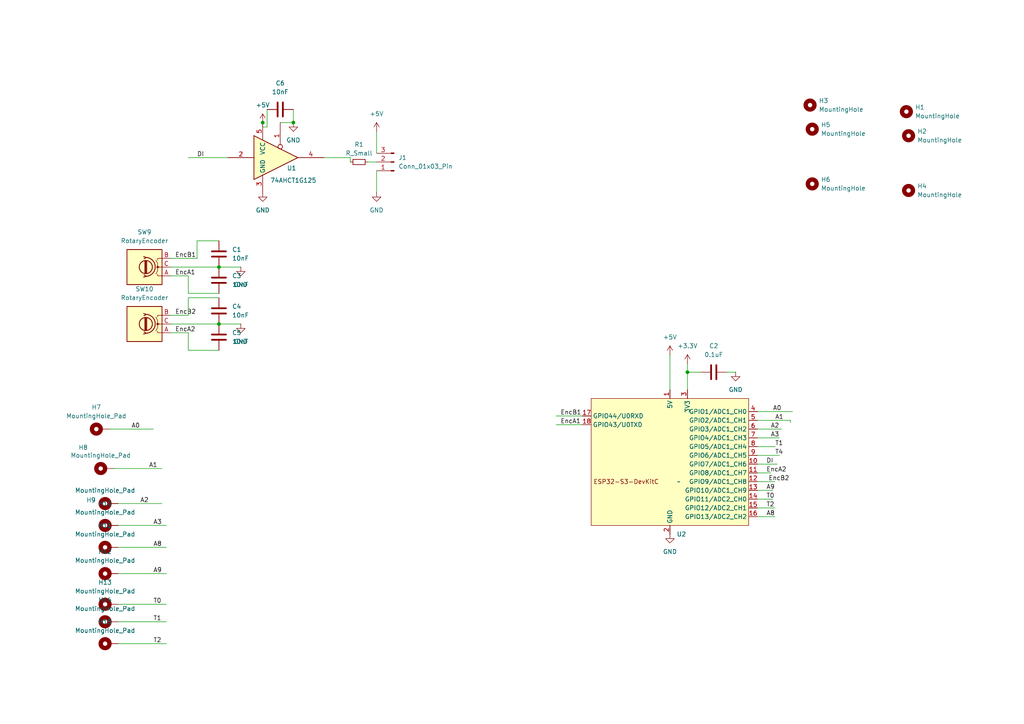
<source format=kicad_sch>
(kicad_sch (version 20231120) (generator "eeschema") (generator_version "8.0")
  (paper "A4")
  (lib_symbols
    (symbol "74xGxx:74AHCT1G125"
      (property "Reference" "U" (at -2.54 3.81 0))
      (property "Value" "74AHCT1G125" (at 0 -3.81 0))
      (symbol "74AHCT1G125_0_1"
        (polyline (pts (xy -7.62 6.35) (xy -7.62 -6.35) (xy 5.08 0) (xy -7.62 6.35)) (stroke (width 0.254)) (fill (type background)))
      )
      (symbol "74AHCT1G125_1_1"
        (pin input inverted (at 0 10.16 270) (length 7.62) (name "~") (number "1"))
        (pin input line (at -15.24 0 0) (length 7.62) (name "~") (number "2"))
        (pin power_in line (at -5.08 -10.16 90) (length 5.08) (name "GND") (number "3"))
        (pin tri_state line (at 12.7 0 180) (length 7.62) (name "~") (number "4"))
        (pin power_in line (at -5.08 10.16 270) (length 5.08) (name "VCC") (number "5"))
      )
    )
    (symbol "Connector:Conn_01x03_Pin" (pin_names (offset 1.016) hide)
      (property "Reference" "J" (at 0 5.08 0))
      (property "Value" "Conn_01x03_Pin" (at 0 -5.08 0))
      (symbol "Conn_01x03_Pin_1_1"
        (polyline (pts (xy 1.27 -2.54) (xy 0.8636 -2.54)) (stroke (width 0.1524)))
        (polyline (pts (xy 1.27 0) (xy 0.8636 0)) (stroke (width 0.1524)))
        (polyline (pts (xy 1.27 2.54) (xy 0.8636 2.54)) (stroke (width 0.1524)))
        (rectangle (start 0.8636 -2.413) (end 0 -2.667) (stroke (width 0.1524)) (fill (type outline)))
        (rectangle (start 0.8636 0.127) (end 0 -0.127) (stroke (width 0.1524)) (fill (type outline)))
        (rectangle (start 0.8636 2.667) (end 0 2.413) (stroke (width 0.1524)) (fill (type outline)))
        (pin passive line (at 5.08 2.54 180) (length 3.81) (name "Pin_1") (number "1"))
        (pin passive line (at 5.08 0 180) (length 3.81) (name "Pin_2") (number "2"))
        (pin passive line (at 5.08 -2.54 180) (length 3.81) (name "Pin_3") (number "3"))
      )
    )
    (symbol "Device:C" (pin_numbers hide) (pin_names (offset 0.254))
      (property "Reference" "C" (at 0.635 2.54 0))
      (property "Value" "C" (at 0.635 -2.54 0))
      (symbol "C_0_1"
        (polyline (pts (xy -2.032 -0.762) (xy 2.032 -0.762)) (stroke (width 0.508)))
        (polyline (pts (xy -2.032 0.762) (xy 2.032 0.762)) (stroke (width 0.508)))
      )
      (symbol "C_1_1"
        (pin passive line (at 0 3.81 270) (length 2.794) (name "~") (number "1"))
        (pin passive line (at 0 -3.81 90) (length 2.794) (name "~") (number "2"))
      )
    )
    (symbol "Device:R_Small" (pin_numbers hide) (pin_names (offset 0.254) hide)
      (property "Reference" "R" (at 0.762 0.508 0))
      (property "Value" "R_Small" (at 0.762 -1.016 0))
      (symbol "R_Small_0_1"
        (rectangle (start -0.762 1.778) (end 0.762 -1.778) (stroke (width 0.2032)))
      )
      (symbol "R_Small_1_1"
        (pin passive line (at 0 2.54 270) (length 0.762) (name "~") (number "1"))
        (pin passive line (at 0 -2.54 90) (length 0.762) (name "~") (number "2"))
      )
    )
    (symbol "Device:RotaryEncoder" (pin_names (offset 0.254) hide)
      (property "Reference" "SW" (at 0 6.604 0))
      (property "Value" "RotaryEncoder" (at 0 -6.604 0))
      (symbol "RotaryEncoder_0_1"
        (rectangle (start -5.08 5.08) (end 5.08 -5.08) (stroke (width 0.254)) (fill (type background)))
        (circle (center -3.81 0) (radius 0.254) (fill (type outline)))
        (circle (center -0.381 0) (radius 1.905) (stroke (width 0.254)))
        (arc (start -0.381 2.667) (mid -3.0988 -0.0635) (end -0.381 -2.794) (stroke (width 0.254)))
        (polyline (pts (xy -0.635 -1.778) (xy -0.635 1.778)) (stroke (width 0.254)))
        (polyline (pts (xy -0.381 -1.778) (xy -0.381 1.778)) (stroke (width 0.254)))
        (polyline (pts (xy -0.127 1.778) (xy -0.127 -1.778)) (stroke (width 0.254)))
        (polyline (pts (xy -5.08 -2.54) (xy -3.81 -2.54) (xy -3.81 -2.032)))
        (polyline (pts (xy -5.08 2.54) (xy -3.81 2.54) (xy -3.81 2.032)))
        (polyline (pts (xy 0.254 -3.048) (xy -0.508 -2.794) (xy 0.127 -2.413)) (stroke (width 0.254)))
        (polyline (pts (xy 0.254 2.921) (xy -0.508 2.667) (xy 0.127 2.286)) (stroke (width 0.254)))
        (polyline (pts (xy -5.08 0) (xy -3.81 0) (xy -3.81 -1.016) (xy -3.302 -2.032)))
        (polyline (pts (xy -4.318 0) (xy -3.81 0) (xy -3.81 1.016) (xy -3.302 2.032)))
      )
      (symbol "RotaryEncoder_1_1"
        (pin passive line (at -7.62 2.54 0) (length 2.54) (name "A") (number "A"))
        (pin passive line (at -7.62 -2.54 0) (length 2.54) (name "B") (number "B"))
        (pin passive line (at -7.62 0 0) (length 2.54) (name "C") (number "C"))
      )
    )
    (symbol "Mechanical:MountingHole" (pin_names (offset 1.016)) (exclude_from_sim yes) (in_bom no)
      (property "Reference" "H" (at 0 5.08 0))
      (property "Value" "MountingHole" (at 0 3.175 0))
      (symbol "MountingHole_0_1"
        (circle (center 0 0) (radius 1.27) (stroke (width 1.27)))
      )
    )
    (symbol "Mechanical:MountingHole_Pad" (pin_numbers hide) (pin_names (offset 1.016) hide) (exclude_from_sim yes) (in_bom no)
      (property "Reference" "H" (at 0 6.35 0))
      (property "Value" "MountingHole_Pad" (at 0 4.445 0))
      (symbol "MountingHole_Pad_0_1"
        (circle (center 0 1.27) (radius 1.27) (stroke (width 1.27)))
      )
      (symbol "MountingHole_Pad_1_1"
        (pin input line (at 0 -2.54 90) (length 2.54) (name "1") (number "1"))
      )
    )
    (symbol "hattwick:Wifiduino-ESP32S3"
      (property "Reference" "U" (at -22.86 46.99 0))
      (symbol "Wifiduino-ESP32S3_0_0"
        (text "ESP32-S3-DevKitC" (at -15.24 0 0) (effects (font (size 1.27 1.27))))
      )
      (symbol "Wifiduino-ESP32S3_0_1"
        (rectangle (start -25.4 24.13) (end 20.32 -12.7) (fill (type background)))
      )
      (symbol "Wifiduino-ESP32S3_1_0"
        (pin bidirectional line (at 22.86 -10.16 180) (length 2.54) (name "GPIO13/ADC2_CH2") (number "16"))
        (pin bidirectional line (at -27.94 19.05 0) (length 2.54) (name "GPIO44/U0RXD") (number "17"))
        (pin bidirectional line (at -27.94 16.51 0) (length 2.54) (name "GPIO43/U0TXD") (number "18"))
        (pin power_in line (at -2.54 -15.24 90) (length 2.54) (name "GND") (number "2"))
        (pin bidirectional line (at 22.86 20.32 180) (length 2.54) (name "GPIO1/ADC1_CH0") (number "4"))
        (pin bidirectional line (at 22.86 17.78 180) (length 2.54) (name "GPIO2/ADC1_CH1") (number "5"))
      )
      (symbol "Wifiduino-ESP32S3_1_1"
        (pin power_in line (at -2.54 26.67 270) (length 2.54) (name "5V") (number "1"))
        (pin bidirectional line (at 22.86 5.08 180) (length 2.54) (name "GPIO7/ADC1_CH6") (number "10"))
        (pin bidirectional line (at 22.86 2.54 180) (length 2.54) (name "GPIO8/ADC1_CH7") (number "11"))
        (pin bidirectional line (at 22.86 0 180) (length 2.54) (name "GPIO9/ADC1_CH8") (number "12"))
        (pin bidirectional line (at 22.86 -2.54 180) (length 2.54) (name "GPIO10/ADC1_CH9") (number "13"))
        (pin bidirectional line (at 22.86 -5.08 180) (length 2.54) (name "GPIO11/ADC2_CH0") (number "14"))
        (pin bidirectional line (at 22.86 -7.62 180) (length 2.54) (name "GPIO12/ADC2_CH1") (number "15"))
        (pin power_in line (at 2.54 26.67 270) (length 2.54) (name "3V3") (number "3"))
        (pin bidirectional line (at 22.86 15.24 180) (length 2.54) (name "GPIO3/ADC1_CH2") (number "6"))
        (pin bidirectional line (at 22.86 12.7 180) (length 2.54) (name "GPIO4/ADC1_CH3") (number "7"))
        (pin bidirectional line (at 22.86 10.16 180) (length 2.54) (name "GPIO5/ADC1_CH4") (number "8"))
        (pin bidirectional line (at 22.86 7.62 180) (length 2.54) (name "GPIO6/ADC1_CH5") (number "9"))
      )
    )
    (symbol "power:+3.3V" (power) (pin_numbers hide) (pin_names (offset 0) hide)
      (property "Value" "+3.3V" (at 0 3.556 0))
      (symbol "+3.3V_0_1"
        (polyline (pts (xy -0.762 1.27) (xy 0 2.54)))
        (polyline (pts (xy 0 0) (xy 0 2.54)))
        (polyline (pts (xy 0 2.54) (xy 0.762 1.27)))
      )
      (symbol "+3.3V_1_1"
        (pin power_in line (at 0 0 90) (length 0) (name "~") (number "1"))
      )
    )
    (symbol "power:+5V" (power) (pin_numbers hide) (pin_names (offset 0) hide)
      (property "Value" "+5V" (at 0 3.556 0))
      (symbol "+5V_0_1"
        (polyline (pts (xy -0.762 1.27) (xy 0 2.54)))
        (polyline (pts (xy 0 0) (xy 0 2.54)))
        (polyline (pts (xy 0 2.54) (xy 0.762 1.27)))
      )
      (symbol "+5V_1_1"
        (pin power_in line (at 0 0 90) (length 0) (name "~") (number "1"))
      )
    )
    (symbol "power:GND" (power) (pin_numbers hide) (pin_names (offset 0) hide)
      (property "Value" "GND" (at 0 -3.81 0))
      (symbol "GND_0_1"
        (polyline (pts (xy 0 0) (xy 0 -1.27) (xy 1.27 -1.27) (xy 0 -2.54) (xy -1.27 -1.27) (xy 0 -1.27)))
      )
      (symbol "GND_1_1"
        (pin power_in line (at 0 0 270) (length 0) (name "~") (number "1"))
      )
    )
  )
  (junction (at 63.5 77.47))
  (junction (at 199.39 107.95))
  (junction (at 76.2 35.56))
  (junction (at 85.09 35.56))
  (junction (at 63.5 93.98))
  (wire (pts (xy 57.15 74.93) (xy 57.15 69.85)))
  (wire (pts (xy 106.68 46.99) (xy 109.22 46.99)))
  (wire (pts (xy 33.02 135.89) (xy 46.99 135.89)))
  (wire (pts (xy 219.71 134.62) (xy 225.425 134.62)))
  (wire (pts (xy 219.71 144.78) (xy 224.155 144.78)))
  (wire (pts (xy 219.71 121.92) (xy 229.235 121.92)))
  (wire (pts (xy 219.71 129.54) (xy 224.79 129.54)))
  (wire (pts (xy 229.235 121.92) (xy 229.235 122.555)))
  (wire (pts (xy 49.53 91.44) (xy 54.61 91.44)))
  (wire (pts (xy 34.29 158.75) (xy 48.26 158.75)))
  (wire (pts (xy 199.39 107.95) (xy 199.39 113.03)))
  (wire (pts (xy 76.2 35.56) (xy 76.2 36.83)))
  (wire (pts (xy 199.39 105.41) (xy 199.39 107.95)))
  (wire (pts (xy 85.09 35.56) (xy 85.09 31.75)))
  (wire (pts (xy 77.47 36.83) (xy 76.2 36.83)))
  (wire (pts (xy 219.71 139.7) (xy 224.79 139.7)))
  (wire (pts (xy 54.61 85.09) (xy 63.5 85.09)))
  (wire (pts (xy 63.5 77.47) (xy 69.85 77.47)))
  (wire (pts (xy 219.71 124.46) (xy 226.695 124.46)))
  (wire (pts (xy 34.29 152.4) (xy 48.26 152.4)))
  (wire (pts (xy 219.71 119.38) (xy 229.87 119.38)))
  (wire (pts (xy 49.53 74.93) (xy 57.15 74.93)))
  (wire (pts (xy 219.71 137.16) (xy 223.52 137.16)))
  (wire (pts (xy 34.29 146.05) (xy 46.99 146.05)))
  (wire (pts (xy 31.75 124.46) (xy 44.45 124.46)))
  (wire (pts (xy 49.53 80.01) (xy 54.61 80.01)))
  (wire (pts (xy 199.39 107.95) (xy 203.2 107.95)))
  (wire (pts (xy 219.71 149.86) (xy 224.79 149.86)))
  (wire (pts (xy 34.29 180.34) (xy 48.26 180.34)))
  (wire (pts (xy 54.61 96.52) (xy 54.61 101.6)))
  (wire (pts (xy 54.61 45.72) (xy 66.04 45.72)))
  (wire (pts (xy 34.29 166.37) (xy 48.26 166.37)))
  (wire (pts (xy 109.22 38.1) (xy 109.22 44.45)))
  (wire (pts (xy 49.53 93.98) (xy 63.5 93.98)))
  (wire (pts (xy 54.61 86.36) (xy 63.5 86.36)))
  (wire (pts (xy 54.61 85.09) (xy 54.61 80.01)))
  (wire (pts (xy 219.71 127) (xy 226.06 127)))
  (wire (pts (xy 34.29 175.26) (xy 48.26 175.26)))
  (wire (pts (xy 219.71 142.24) (xy 224.155 142.24)))
  (wire (pts (xy 54.61 101.6) (xy 63.5 101.6)))
  (wire (pts (xy 63.5 93.98) (xy 69.85 93.98)))
  (wire (pts (xy 101.6 45.72) (xy 101.6 46.99)))
  (wire (pts (xy 210.82 107.95) (xy 213.36 107.95)))
  (wire (pts (xy 34.29 186.69) (xy 48.26 186.69)))
  (wire (pts (xy 219.71 132.08) (xy 226.06 132.08)))
  (wire (pts (xy 54.61 91.44) (xy 54.61 86.36)))
  (wire (pts (xy 63.5 69.85) (xy 57.15 69.85)))
  (wire (pts (xy 161.29 123.19) (xy 168.91 123.19)))
  (wire (pts (xy 93.98 45.72) (xy 101.6 45.72)))
  (wire (pts (xy 49.53 96.52) (xy 54.61 96.52)))
  (wire (pts (xy 77.47 31.75) (xy 77.47 36.83)))
  (wire (pts (xy 161.29 120.65) (xy 168.91 120.65)))
  (wire (pts (xy 194.31 102.87) (xy 194.31 113.03)))
  (wire (pts (xy 109.22 49.53) (xy 109.22 55.88)))
  (wire (pts (xy 219.71 147.32) (xy 224.79 147.32)))
  (wire (pts (xy 81.28 35.56) (xy 85.09 35.56)))
  (wire (pts (xy 49.53 77.47) (xy 63.5 77.47)))
  (label "A9" (at 44.45 166.37 0))
  (label "A9" (at 222.25 142.24 0))
  (label "T1" (at 224.79 129.54 0))
  (label "EncB1" (at 162.56 120.65 0))
  (label "T2" (at 44.45 186.69 0))
  (label "A2" (at 223.52 124.46 0))
  (label "A0" (at 224.155 119.38 0))
  (label "A3" (at 223.52 127 0))
  (label "A8" (at 222.25 149.86 0))
  (label "EncB2" (at 50.8 91.44 0))
  (label "EncA1" (at 162.56 123.19 0))
  (label "EncA2" (at 50.8 96.52 0))
  (label "A8" (at 44.45 158.75 0))
  (label "DI" (at 57.15 45.72 0))
  (label "A2" (at 40.64 146.05 0))
  (label "A0" (at 38.1 124.46 0))
  (label "EncB2" (at 222.885 139.7 0))
  (label "EncA2" (at 222.25 137.16 0))
  (label "T0" (at 222.25 144.78 0))
  (label "T2" (at 222.25 147.32 0))
  (label "DI" (at 222.25 134.62 0))
  (label "A1" (at 43.18 135.89 0))
  (label "T1" (at 44.45 180.34 0))
  (label "EncA1" (at 50.8 80.01 0))
  (label "T4" (at 224.79 132.08 0))
  (label "A1" (at 224.79 121.92 0))
  (label "A3" (at 44.45 152.4 0))
  (label "EncB1" (at 50.8 74.93 0))
  (label "T0" (at 44.45 175.26 0))
  (symbol (lib_id "Mechanical:MountingHole") (at 235.585 37.465 0) (unit 1)
    (property "Reference" "H5" (at 238.125 36.195 0) (effects (justify left)))
    (property "Value" "MountingHole" (at 238.125 38.735 0) (effects (justify left)))
    (property "Footprint" "MountingHole:MountingHole_3.2mm_M3" (effects (hide yes)))
    (property "Description" "Mounting Hole without connection" (effects (hide yes)))
  )
  (symbol (lib_id "Mechanical:MountingHole_Pad") (at 31.75 166.37 90) (unit 1) (exclude_from_sim yes) (in_bom no)
    (property "Reference" "H12" (at 30.48 160.02 90))
    (property "Value" "MountingHole_Pad" (at 30.48 162.56 90))
    (property "Footprint" "MountingHole:MountingHole_4.3mm_M4_DIN965_Pad" (effects (hide yes)))
    (property "Description" "Mounting Hole with connection" (effects (hide yes)))
  )
  (symbol (lib_id "power:GND") (at 85.09 35.56 0) (unit 1)
    (property "Reference" "#PWR011" (effects (hide yes)))
    (property "Value" "GND" (at 85.09 40.64 0))
    (property "Description" "Power symbol creates a global label with name \"GND\" , ground" (effects (hide yes)))
  )
  (symbol (lib_id "Device:C") (at 81.28 31.75 90) (unit 1)
    (property "Reference" "C6" (at 81.28 24.13 90))
    (property "Value" "10nF" (at 81.28 26.67 90))
    (property "Footprint" "Capacitor_SMD:C_0805_2012Metric_Pad1.18x1.45mm_HandSolder" (effects (hide yes)))
    (property "Description" "Unpolarized capacitor" (effects (hide yes)))
  )
  (symbol (lib_id "Device:C") (at 63.5 90.17 0) (unit 1)
    (property "Reference" "C4" (at 67.31 88.8999 0) (effects (justify left)))
    (property "Value" "10nF" (at 67.31 91.4399 0) (effects (justify left)))
    (property "Footprint" "Capacitor_SMD:C_0805_2012Metric_Pad1.18x1.45mm_HandSolder" (effects (hide yes)))
    (property "Description" "Unpolarized capacitor" (effects (hide yes)))
  )
  (symbol (lib_id "Mechanical:MountingHole_Pad") (at 31.75 158.75 90) (unit 1) (exclude_from_sim yes) (in_bom no)
    (property "Reference" "H11" (at 30.48 152.4 90))
    (property "Value" "MountingHole_Pad" (at 30.48 154.94 90))
    (property "Footprint" "MountingHole:MountingHole_4.3mm_M4_DIN965_Pad" (effects (hide yes)))
    (property "Description" "Mounting Hole with connection" (effects (hide yes)))
  )
  (symbol (lib_id "Mechanical:MountingHole") (at 263.525 39.37 0) (unit 1)
    (property "Reference" "H2" (at 266.065 38.1 0) (effects (justify left)))
    (property "Value" "MountingHole" (at 266.065 40.64 0) (effects (justify left)))
    (property "Footprint" "MountingHole:MountingHole_3.2mm_M3" (effects (hide yes)))
    (property "Description" "Mounting Hole without connection" (effects (hide yes)))
  )
  (symbol (lib_id "Mechanical:MountingHole_Pad") (at 29.21 124.46 90) (unit 1) (exclude_from_sim yes) (in_bom no)
    (property "Reference" "H7" (at 27.94 118.11 90))
    (property "Value" "MountingHole_Pad" (at 27.94 120.65 90))
    (property "Footprint" "MountingHole:MountingHole_4.3mm_M4_DIN965_Pad" (effects (hide yes)))
    (property "Description" "Mounting Hole with connection" (effects (hide yes)))
  )
  (symbol (lib_id "Mechanical:MountingHole") (at 263.525 55.245 0) (unit 1)
    (property "Reference" "H4" (at 266.065 53.975 0) (effects (justify left)))
    (property "Value" "MountingHole" (at 266.065 56.515 0) (effects (justify left)))
    (property "Footprint" "MountingHole:MountingHole_3.2mm_M3" (effects (hide yes)))
    (property "Description" "Mounting Hole without connection" (effects (hide yes)))
  )
  (symbol (lib_id "power:GND") (at 76.2 55.88 0) (unit 1)
    (property "Reference" "#PWR07" (effects (hide yes)))
    (property "Value" "GND" (at 76.2 60.96 0))
    (property "Description" "Power symbol creates a global label with name \"GND\" , ground" (effects (hide yes)))
  )
  (symbol (lib_id "hattwick:Wifiduino-ESP32S3") (at 196.85 139.7 0) (unit 1)
    (property "Reference" "U2" (at 196.2659 154.94 0) (effects (justify left)))
    (property "Value" "~" (at 196.85 139.7 0))
    (property "Footprint" "ih_kicad:Wifiduino-ESP32S3-SMD" (effects (hide yes)))
  )
  (symbol (lib_id "power:+5V") (at 76.2 35.56 0) (unit 1)
    (property "Reference" "#PWR08" (effects (hide yes)))
    (property "Value" "+5V" (at 76.2 30.48 0))
    (property "Description" "Power symbol creates a global label with name \"+5V\"" (effects (hide yes)))
  )
  (symbol (lib_id "Mechanical:MountingHole_Pad") (at 30.48 135.89 90) (unit 1) (exclude_from_sim yes) (in_bom no)
    (property "Reference" "H8" (at 24.13 129.794 90))
    (property "Value" "MountingHole_Pad" (at 29.21 132.08 90))
    (property "Footprint" "MountingHole:MountingHole_4.3mm_M4_DIN965_Pad" (effects (hide yes)))
    (property "Description" "Mounting Hole with connection" (effects (hide yes)))
  )
  (symbol (lib_id "power:GND") (at 69.85 93.98 0) (unit 1)
    (property "Reference" "#PWR05" (effects (hide yes)))
    (property "Value" "GND" (at 69.85 99.06 0))
    (property "Description" "Power symbol creates a global label with name \"GND\" , ground" (effects (hide yes)))
  )
  (symbol (lib_id "Mechanical:MountingHole_Pad") (at 31.75 180.34 90) (unit 1) (exclude_from_sim yes) (in_bom no)
    (property "Reference" "H14" (at 30.48 173.99 90))
    (property "Value" "MountingHole_Pad" (at 30.48 176.53 90))
    (property "Footprint" "MountingHole:MountingHole_4.3mm_M4_DIN965_Pad" (effects (hide yes)))
    (property "Description" "Mounting Hole with connection" (effects (hide yes)))
  )
  (symbol (lib_id "Mechanical:MountingHole_Pad") (at 31.75 175.26 90) (unit 1) (exclude_from_sim yes) (in_bom no)
    (property "Reference" "H13" (at 30.48 168.91 90))
    (property "Value" "MountingHole_Pad" (at 30.48 171.45 90))
    (property "Footprint" "MountingHole:MountingHole_4.3mm_M4_DIN965_Pad" (effects (hide yes)))
    (property "Description" "Mounting Hole with connection" (effects (hide yes)))
  )
  (symbol (lib_id "power:+3.3V") (at 199.39 105.41 0) (unit 1)
    (property "Reference" "#PWR02" (effects (hide yes)))
    (property "Value" "+3.3V" (at 199.39 100.33 0))
    (property "Description" "Power symbol creates a global label with name \"+3.3V\"" (effects (hide yes)))
  )
  (symbol (lib_id "power:GND") (at 69.85 77.47 0) (unit 1)
    (property "Reference" "#PWR04" (effects (hide yes)))
    (property "Value" "GND" (at 69.85 82.55 0))
    (property "Description" "Power symbol creates a global label with name \"GND\" , ground" (effects (hide yes)))
  )
  (symbol (lib_id "Connector:Conn_01x03_Pin") (at 114.3 46.99 180) (unit 1)
    (property "Reference" "J1" (at 115.57 45.7199 0) (effects (justify right)))
    (property "Value" "Conn_01x03_Pin" (at 115.57 48.2599 0) (effects (justify right)))
    (property "Footprint" "ih_kicad:WS2812_PADS" (effects (hide yes)))
    (property "Description" "Generic connector, single row, 01x03, script generated" (effects (hide yes)))
  )
  (symbol (lib_id "74xGxx:74AHCT1G125") (at 81.28 45.72 0) (unit 1)
    (property "Reference" "U1" (at 84.582 48.768 0))
    (property "Value" "74AHCT1G125" (at 85.09 52.324 0))
    (property "Footprint" "Package_TO_SOT_SMD:TSOT-23-5_HandSoldering" (effects (hide yes)))
    (property "Datasheet" "http://www.ti.com/lit/sg/scyt129e/scyt129e.pdf" (effects (hide yes)))
    (property "Description" "Single Buffer Gate Tri-State, Low-Voltage CMOS" (effects (hide yes)))
  )
  (symbol (lib_id "power:GND") (at 194.31 154.94 0) (unit 1)
    (property "Reference" "#PWR01" (effects (hide yes)))
    (property "Value" "GND" (at 194.31 160.02 0))
    (property "Description" "Power symbol creates a global label with name \"GND\" , ground" (effects (hide yes)))
  )
  (symbol (lib_id "Mechanical:MountingHole") (at 235.585 53.34 0) (unit 1)
    (property "Reference" "H6" (at 238.125 52.07 0) (effects (justify left)))
    (property "Value" "MountingHole" (at 238.125 54.61 0) (effects (justify left)))
    (property "Footprint" "MountingHole:MountingHole_3.2mm_M3" (effects (hide yes)))
    (property "Description" "Mounting Hole without connection" (effects (hide yes)))
  )
  (symbol (lib_id "power:+5V") (at 194.31 102.87 0) (unit 1)
    (property "Reference" "#PWR010" (effects (hide yes)))
    (property "Value" "+5V" (at 194.31 97.79 0))
    (property "Description" "Power symbol creates a global label with name \"+5V\"" (effects (hide yes)))
  )
  (symbol (lib_id "Mechanical:MountingHole") (at 262.89 32.385 0) (unit 1)
    (property "Reference" "H1" (at 265.43 31.115 0) (effects (justify left)))
    (property "Value" "MountingHole" (at 265.43 33.655 0) (effects (justify left)))
    (property "Footprint" "MountingHole:MountingHole_3.2mm_M3" (effects (hide yes)))
    (property "Description" "Mounting Hole without connection" (effects (hide yes)))
  )
  (symbol (lib_id "Mechanical:MountingHole_Pad") (at 31.75 186.69 90) (unit 1) (exclude_from_sim yes) (in_bom no)
    (property "Reference" "H15" (at 30.48 180.34 90))
    (property "Value" "MountingHole_Pad" (at 30.48 182.88 90))
    (property "Footprint" "MountingHole:MountingHole_4.3mm_M4_DIN965_Pad" (effects (hide yes)))
    (property "Description" "Mounting Hole with connection" (effects (hide yes)))
  )
  (symbol (lib_id "Device:C") (at 63.5 73.66 0) (unit 1)
    (property "Reference" "C1" (at 67.31 72.3899 0) (effects (justify left)))
    (property "Value" "10nF" (at 67.31 74.9299 0) (effects (justify left)))
    (property "Footprint" "Capacitor_SMD:C_0805_2012Metric_Pad1.18x1.45mm_HandSolder" (effects (hide yes)))
    (property "Description" "Unpolarized capacitor" (effects (hide yes)))
  )
  (symbol (lib_id "Device:RotaryEncoder") (at 41.91 77.47 180) (unit 1)
    (property "Reference" "SW9" (at 41.91 67.31 0))
    (property "Value" "RotaryEncoder" (at 41.91 69.85 0))
    (property "Footprint" "ih_kicad:RotaryEncoder_Vertical_10mm" (effects (hide yes)))
    (property "Description" "Rotary encoder, dual channel, incremental quadrate outputs" (effects (hide yes)))
  )
  (symbol (lib_id "power:GND") (at 109.22 55.88 0) (unit 1)
    (property "Reference" "#PWR03" (effects (hide yes)))
    (property "Value" "GND" (at 109.22 60.96 0))
    (property "Description" "Power symbol creates a global label with name \"GND\" , ground" (effects (hide yes)))
  )
  (symbol (lib_id "Mechanical:MountingHole_Pad") (at 31.75 152.4 90) (unit 1) (exclude_from_sim yes) (in_bom no)
    (property "Reference" "H10" (at 30.48 146.05 90))
    (property "Value" "MountingHole_Pad" (at 30.48 148.59 90))
    (property "Footprint" "MountingHole:MountingHole_4.3mm_M4_DIN965_Pad" (effects (hide yes)))
    (property "Description" "Mounting Hole with connection" (effects (hide yes)))
  )
  (symbol (lib_id "Device:C") (at 63.5 97.79 0) (unit 1)
    (property "Reference" "C5" (at 67.31 96.5199 0) (effects (justify left)))
    (property "Value" "10nF" (at 67.31 99.0599 0) (effects (justify left)))
    (property "Footprint" "Capacitor_SMD:C_0805_2012Metric_Pad1.18x1.45mm_HandSolder" (effects (hide yes)))
    (property "Description" "Unpolarized capacitor" (effects (hide yes)))
  )
  (symbol (lib_id "power:GND") (at 213.36 107.95 0) (unit 1)
    (property "Reference" "#PWR09" (effects (hide yes)))
    (property "Value" "GND" (at 213.36 113.03 0))
    (property "Description" "Power symbol creates a global label with name \"GND\" , ground" (effects (hide yes)))
  )
  (symbol (lib_id "Mechanical:MountingHole") (at 234.95 30.48 0) (unit 1)
    (property "Reference" "H3" (at 237.49 29.21 0) (effects (justify left)))
    (property "Value" "MountingHole" (at 237.49 31.75 0) (effects (justify left)))
    (property "Footprint" "MountingHole:MountingHole_3.2mm_M3" (effects (hide yes)))
    (property "Description" "Mounting Hole without connection" (effects (hide yes)))
  )
  (symbol (lib_id "Mechanical:MountingHole_Pad") (at 31.75 146.05 90) (unit 1) (exclude_from_sim yes) (in_bom no)
    (property "Reference" "H9" (at 26.416 145.034 90))
    (property "Value" "MountingHole_Pad" (at 30.48 142.24 90))
    (property "Footprint" "MountingHole:MountingHole_4.3mm_M4_DIN965_Pad" (effects (hide yes)))
    (property "Description" "Mounting Hole with connection" (effects (hide yes)))
  )
  (symbol (lib_id "power:+5V") (at 109.22 38.1 0) (unit 1)
    (property "Reference" "#PWR06" (effects (hide yes)))
    (property "Value" "+5V" (at 109.22 33.02 0))
    (property "Description" "Power symbol creates a global label with name \"+5V\"" (effects (hide yes)))
  )
  (symbol (lib_id "Device:C") (at 207.01 107.95 270) (unit 1)
    (property "Reference" "C2" (at 207.01 100.33 90))
    (property "Value" "0.1uF" (at 207.01 102.87 90))
    (property "Footprint" "Capacitor_SMD:C_0805_2012Metric_Pad1.18x1.45mm_HandSolder" (effects (hide yes)))
    (property "Description" "Unpolarized capacitor" (effects (hide yes)))
  )
  (symbol (lib_id "Device:R_Small") (at 104.14 46.99 90) (unit 1)
    (property "Reference" "R1" (at 104.14 41.91 90))
    (property "Value" "R_Small" (at 104.14 44.45 90))
    (property "Footprint" "Resistor_SMD:R_0805_2012Metric_Pad1.20x1.40mm_HandSolder" (effects (hide yes)))
    (property "Description" "Resistor, small symbol" (effects (hide yes)))
  )
  (symbol (lib_id "Device:RotaryEncoder") (at 41.91 93.98 180) (unit 1)
    (property "Reference" "SW10" (at 41.91 83.82 0))
    (property "Value" "RotaryEncoder" (at 41.91 86.36 0))
    (property "Footprint" "ih_kicad:RotaryEncoder_Vertical_10mm" (effects (hide yes)))
    (property "Description" "Rotary encoder, dual channel, incremental quadrate outputs" (effects (hide yes)))
  )
  (symbol (lib_id "Device:C") (at 63.5 81.28 0) (unit 1)
    (property "Reference" "C3" (at 67.31 80.0099 0) (effects (justify left)))
    (property "Value" "10nF" (at 67.31 82.5499 0) (effects (justify left)))
    (property "Footprint" "Capacitor_SMD:C_0805_2012Metric_Pad1.18x1.45mm_HandSolder" (effects (hide yes)))
    (property "Description" "Unpolarized capacitor" (effects (hide yes)))
  )
)
</source>
